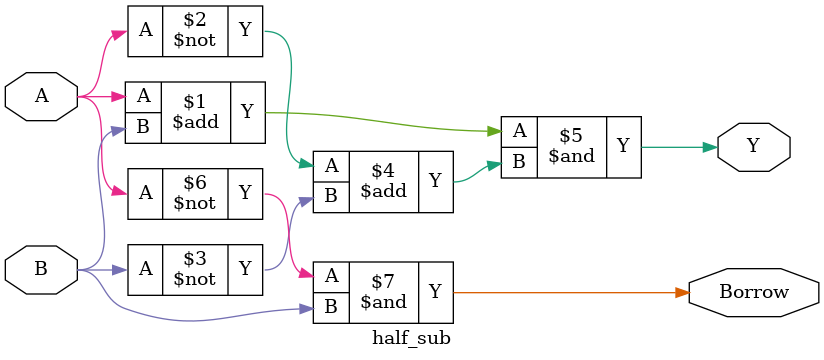
<source format=v>
module half_sub (
    input A, B,
    output Y, Borrow
);

    assign Y = (A + B) & (~A + ~B);
    assign Borrow = ~A & B;

endmodule
</source>
